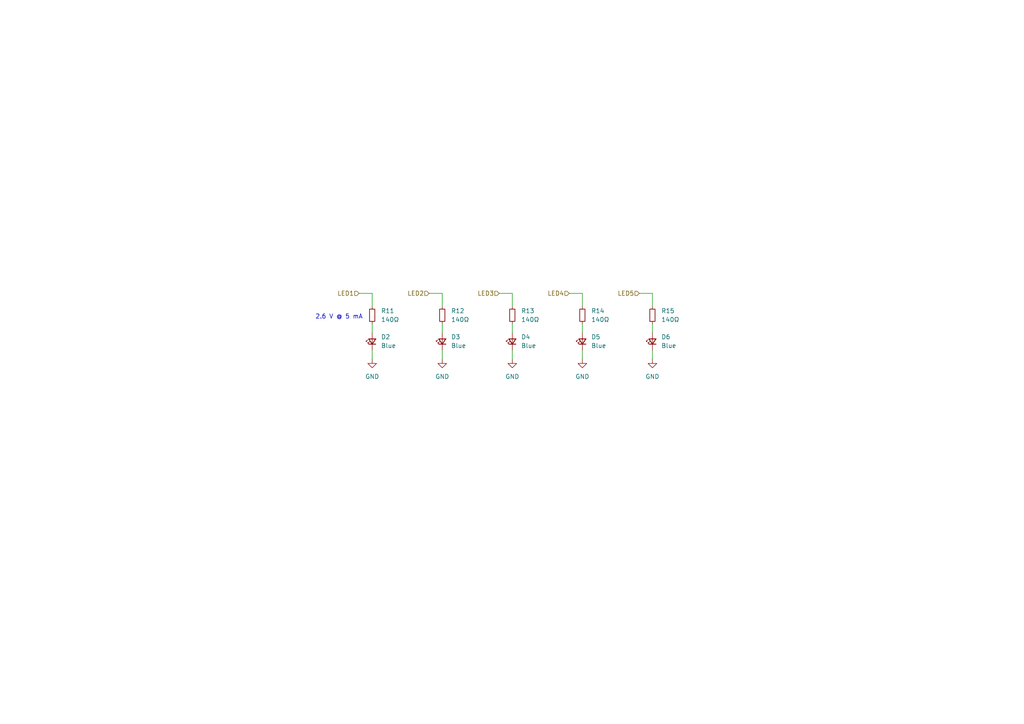
<source format=kicad_sch>
(kicad_sch (version 20211123) (generator eeschema)
  (paper "A4")
  (title_block (title "Debug LEDs") (date "2022-12-23") (rev "${REVISION}") (company "Authors: H. Fedarovich, I. Kajdan") (comment 1 "Reviewer: A. Bondyra"))
  (lib_symbols
    (symbol "Device:LED_Small" (pin_numbers hide) (pin_names (offset 0.254) hide)
      (property "Reference" "D" (at -1.27 3.175 0))
      (property "Value" "LED_Small" (at -4.445 -2.54 0))
      (symbol "LED_Small_0_1"
        (polyline (pts (xy -0.762 -1.016) (xy -0.762 1.016)) (stroke (width 0.254)))
        (polyline (pts (xy 1.016 0) (xy -0.762 0)))
        (polyline (pts (xy 0.762 -1.016) (xy -0.762 0) (xy 0.762 1.016) (xy 0.762 -1.016)) (stroke (width 0.254)))
        (polyline (pts (xy 0 0.762) (xy -0.508 1.27) (xy -0.254 1.27) (xy -0.508 1.27) (xy -0.508 1.016)))
        (polyline (pts (xy 0.508 1.27) (xy 0 1.778) (xy 0.254 1.778) (xy 0 1.778) (xy 0 1.524)))
      )
      (symbol "LED_Small_1_1"
        (pin passive line (at -2.54 0 0) (length 1.778) (name "K") (number "1"))
        (pin passive line (at 2.54 0 180) (length 1.778) (name "A") (number "2"))
      )
    )
    (symbol "Device:R_Small" (pin_numbers hide) (pin_names (offset 0.254) hide)
      (property "Reference" "R" (at 0.762 0.508 0))
      (property "Value" "R_Small" (at 0.762 -1.016 0))
      (symbol "R_Small_0_1"
        (rectangle (start -0.762 1.778) (end 0.762 -1.778) (stroke (width 0.2032)))
      )
      (symbol "R_Small_1_1"
        (pin passive line (at 0 2.54 270) (length 0.762) (name "~") (number "1"))
        (pin passive line (at 0 -2.54 90) (length 0.762) (name "~") (number "2"))
      )
    )
    (symbol "power:GND" (power) (pin_names (offset 0))
      (property "Value" "GND" (at 0 -3.81 0))
      (symbol "GND_0_1"
        (polyline (pts (xy 0 0) (xy 0 -1.27) (xy 1.27 -1.27) (xy 0 -2.54) (xy -1.27 -1.27) (xy 0 -1.27)))
      )
      (symbol "GND_1_1"
        (pin power_in line (at 0 0 270) (length 0) hide (name "GND") (number "1"))
      )
    )
  )
  (wire (pts (xy 144.78 85.09) (xy 148.59 85.09)))
  (wire (pts (xy 148.59 93.98) (xy 148.59 96.52)))
  (wire (pts (xy 148.59 101.6) (xy 148.59 104.14)))
  (wire (pts (xy 128.27 101.6) (xy 128.27 104.14)))
  (wire (pts (xy 148.59 88.9) (xy 148.59 85.09)))
  (wire (pts (xy 165.1 85.09) (xy 168.91 85.09)))
  (wire (pts (xy 189.23 88.9) (xy 189.23 85.09)))
  (wire (pts (xy 107.95 101.6) (xy 107.95 104.14)))
  (wire (pts (xy 128.27 93.98) (xy 128.27 96.52)))
  (wire (pts (xy 189.23 101.6) (xy 189.23 104.14)))
  (wire (pts (xy 124.46 85.09) (xy 128.27 85.09)))
  (wire (pts (xy 104.14 85.09) (xy 107.95 85.09)))
  (wire (pts (xy 189.23 93.98) (xy 189.23 96.52)))
  (wire (pts (xy 128.27 88.9) (xy 128.27 85.09)))
  (wire (pts (xy 185.42 85.09) (xy 189.23 85.09)))
  (wire (pts (xy 168.91 88.9) (xy 168.91 85.09)))
  (wire (pts (xy 168.91 93.98) (xy 168.91 96.52)))
  (wire (pts (xy 107.95 88.9) (xy 107.95 85.09)))
  (wire (pts (xy 107.95 93.98) (xy 107.95 96.52)))
  (wire (pts (xy 168.91 101.6) (xy 168.91 104.14)))
  (text "2.6 V @ 5 mA" (at 91.44 92.71 0) (effects (font (size 1.27 1.27)) (justify left bottom)))
  (hierarchical_label "LED1" (shape input) (at 104.14 85.09 180))
  (hierarchical_label "LED5" (shape input) (at 185.42 85.09 180))
  (hierarchical_label "LED2" (shape input) (at 124.46 85.09 180))
  (hierarchical_label "LED4" (shape input) (at 165.1 85.09 180))
  (hierarchical_label "LED3" (shape input) (at 144.78 85.09 180))
  (symbol (lib_id "Device:R_Small") (at 148.59 91.44 0) (unit 1)
    (property "Reference" "R13" (at 151.13 90.1699 0) (effects (justify left)))
    (property "Value" "140Ω" (at 151.13 92.7099 0) (effects (justify left)))
    (property "Footprint" "Resistor_SMD:R_0603_1608Metric" (effects hide))
  )
  (symbol (lib_id "Device:LED_Small") (at 107.95 99.06 90) (unit 1)
    (property "Reference" "D2" (at 110.49 97.7264 90) (effects (justify right)))
    (property "Value" "Blue" (at 110.49 100.2664 90) (effects (justify right)))
    (property "Footprint" "LED_SMD:LED_0603_1608Metric" (effects hide))
  )
  (symbol (lib_id "Device:LED_Small") (at 148.59 99.06 90) (unit 1)
    (property "Reference" "D4" (at 151.13 97.7264 90) (effects (justify right)))
    (property "Value" "Blue" (at 151.13 100.2664 90) (effects (justify right)))
    (property "Footprint" "LED_SMD:LED_0603_1608Metric" (effects hide))
  )
  (symbol (lib_id "Device:R_Small") (at 189.23 91.44 0) (unit 1)
    (property "Reference" "R15" (at 191.77 90.1699 0) (effects (justify left)))
    (property "Value" "140Ω" (at 191.77 92.7099 0) (effects (justify left)))
    (property "Footprint" "Resistor_SMD:R_0603_1608Metric" (effects hide))
  )
  (symbol (lib_id "Device:LED_Small") (at 168.91 99.06 90) (unit 1)
    (property "Reference" "D5" (at 171.45 97.7264 90) (effects (justify right)))
    (property "Value" "Blue" (at 171.45 100.2664 90) (effects (justify right)))
    (property "Footprint" "LED_SMD:LED_0603_1608Metric" (effects hide))
  )
  (symbol (lib_id "Device:R_Small") (at 128.27 91.44 0) (unit 1)
    (property "Reference" "R12" (at 130.81 90.1699 0) (effects (justify left)))
    (property "Value" "140Ω" (at 130.81 92.7099 0) (effects (justify left)))
    (property "Footprint" "Resistor_SMD:R_0603_1608Metric" (effects hide))
  )
  (symbol (lib_id "power:GND") (at 128.27 104.14 0) (unit 1)
    (property "Reference" "#PWR055" (effects hide))
    (property "Value" "GND" (at 128.27 109.22 0))
  )
  (symbol (lib_id "power:GND") (at 107.95 104.14 0) (unit 1)
    (property "Reference" "#PWR054" (effects hide))
    (property "Value" "GND" (at 107.95 109.22 0))
  )
  (symbol (lib_id "power:GND") (at 168.91 104.14 0) (unit 1)
    (property "Reference" "#PWR057" (effects hide))
    (property "Value" "GND" (at 168.91 109.22 0))
  )
  (symbol (lib_id "Device:R_Small") (at 107.95 91.44 0) (unit 1)
    (property "Reference" "R11" (at 110.49 90.1699 0) (effects (justify left)))
    (property "Value" "140Ω" (at 110.49 92.7099 0) (effects (justify left)))
    (property "Footprint" "Resistor_SMD:R_0603_1608Metric" (effects hide))
  )
  (symbol (lib_id "Device:LED_Small") (at 128.27 99.06 90) (unit 1)
    (property "Reference" "D3" (at 130.81 97.7264 90) (effects (justify right)))
    (property "Value" "Blue" (at 130.81 100.2664 90) (effects (justify right)))
    (property "Footprint" "LED_SMD:LED_0603_1608Metric" (effects hide))
  )
  (symbol (lib_id "Device:LED_Small") (at 189.23 99.06 90) (unit 1)
    (property "Reference" "D6" (at 191.77 97.7264 90) (effects (justify right)))
    (property "Value" "Blue" (at 191.77 100.2664 90) (effects (justify right)))
    (property "Footprint" "LED_SMD:LED_0603_1608Metric" (effects hide))
  )
  (symbol (lib_id "power:GND") (at 148.59 104.14 0) (unit 1)
    (property "Reference" "#PWR056" (effects hide))
    (property "Value" "GND" (at 148.59 109.22 0))
  )
  (symbol (lib_id "Device:R_Small") (at 168.91 91.44 0) (unit 1)
    (property "Reference" "R14" (at 171.45 90.1699 0) (effects (justify left)))
    (property "Value" "140Ω" (at 171.45 92.7099 0) (effects (justify left)))
    (property "Footprint" "Resistor_SMD:R_0603_1608Metric" (effects hide))
  )
  (symbol (lib_id "power:GND") (at 189.23 104.14 0) (unit 1)
    (property "Reference" "#PWR058" (effects hide))
    (property "Value" "GND" (at 189.23 109.22 0))
  )
)
</source>
